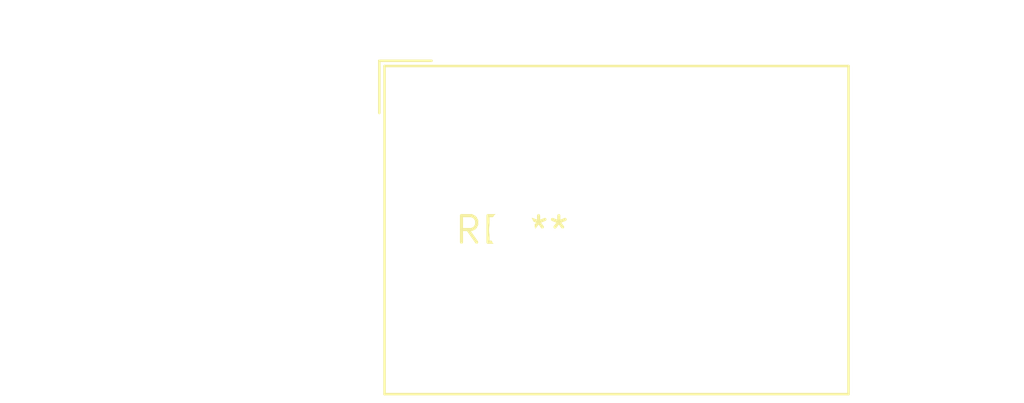
<source format=kicad_pcb>
(kicad_pcb (version 20240108) (generator pcbnew)
  (layers (0 "F.Cu" signal) (31 "B.Cu" signal) (34 "B.Paste" user) (35 "F.Paste" user) (36 "B.SilkS" user "B.Silkscreen") (37 "F.SilkS" user "F.Silkscreen") (38 "B.Mask" user) (39 "F.Mask" user) (44 "Edge.Cuts" user))
  (net 0 "")
  (footprint "TerminalBlock_Dinkle_DT-55-B01X-02_P10.00mm" (layer "F.Cu") (at 0 0)
    (property "Reference" "REF**")
    (property "Value" "TerminalBlock_Dinkle_DT-55-B01X-02_P10.00mm")
    (fp_line (start -6.35 -8.1) (end -3.85 -8.1) (layer "F.SilkS") (stroke (width 0.12)))
    (fp_line (start -6.35 -5.6) (end -6.35 -8.1) (layer "F.SilkS") (stroke (width 0.12)))
    (fp_line (start -6.1 -7.85) (end 16.1 -7.85) (layer "F.SilkS") (stroke (width 0.12)))
    (fp_line (start -6.1 7.85) (end -6.1 -7.85) (layer "F.SilkS") (stroke (width 0.12)))
    (fp_line (start -6.1 7.85) (end 16.1 7.85) (layer "F.SilkS") (stroke (width 0.12)))
    (fp_line (start 16.1 -7.85) (end 16.1 7.85) (layer "F.SilkS") (stroke (width 0.12)))
    (pad "1" thru_hole rect (at 0 0) (size 3.3 6.6) (drill 2.2) (layers *.Cu *.Mask) (remove_unused_layers))
    (pad "2" thru_hole oval (at 10 0) (size 3.3 6.6) (drill 2.2) (layers *.Cu *.Mask) (remove_unused_layers))
  )
)
</source>
